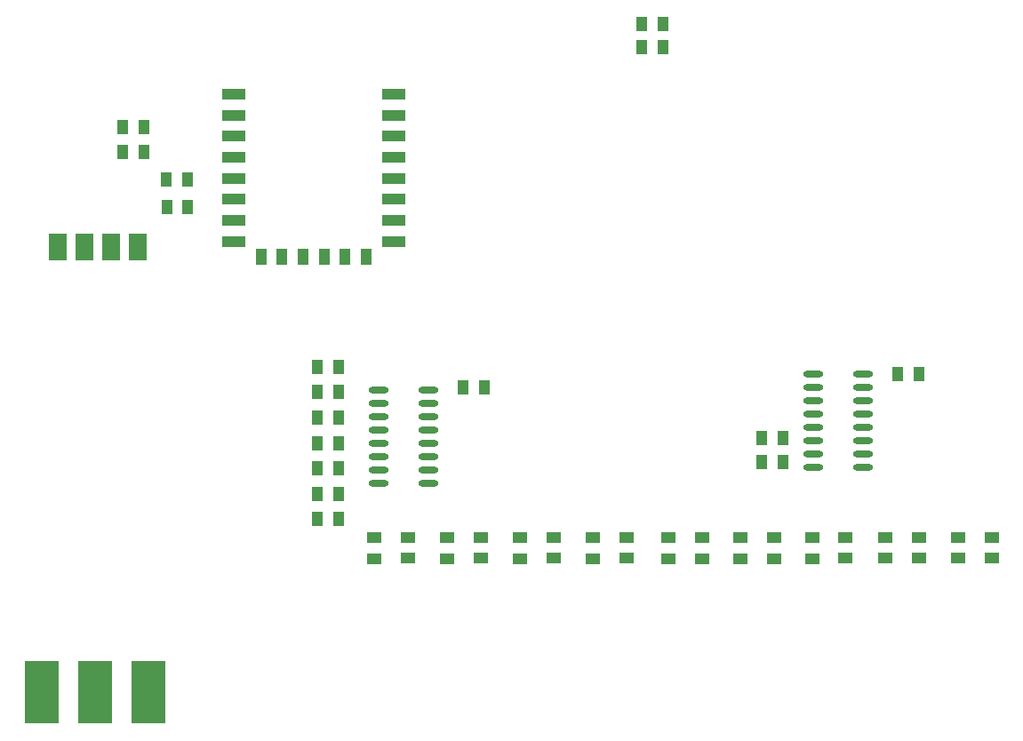
<source format=gbp>
G04*
G04 #@! TF.GenerationSoftware,Altium Limited,Altium Designer,19.0.9 (268)*
G04*
G04 Layer_Color=128*
%FSLAX25Y25*%
%MOIN*%
G70*
G01*
G75*
%ADD29R,0.05709X0.03937*%
%ADD31R,0.03937X0.05709*%
%ADD39R,0.04331X0.05315*%
%ADD88R,0.12992X0.23622*%
%ADD89R,0.07087X0.09843*%
%ADD90O,0.07480X0.02362*%
%ADD91R,0.08858X0.03937*%
%ADD92R,0.03937X0.05906*%
D29*
X368521Y111909D02*
D03*
Y119783D02*
D03*
X381120Y119783D02*
D03*
Y111909D02*
D03*
X204271Y111811D02*
D03*
Y119685D02*
D03*
X189495Y119783D02*
D03*
Y111909D02*
D03*
X341146Y111909D02*
D03*
Y119783D02*
D03*
X353745Y119783D02*
D03*
Y111909D02*
D03*
X326370Y119783D02*
D03*
Y111909D02*
D03*
X286949Y111713D02*
D03*
Y119587D02*
D03*
X299547Y119685D02*
D03*
Y111811D02*
D03*
X259882Y111811D02*
D03*
Y119685D02*
D03*
X231646Y111811D02*
D03*
Y119685D02*
D03*
X162120Y119783D02*
D03*
Y111909D02*
D03*
X176896Y111811D02*
D03*
Y119685D02*
D03*
X149521Y111811D02*
D03*
Y119685D02*
D03*
X313771Y111811D02*
D03*
Y119685D02*
D03*
X272480Y119685D02*
D03*
Y111811D02*
D03*
X244245Y119783D02*
D03*
Y111909D02*
D03*
X216870Y119783D02*
D03*
Y111909D02*
D03*
D31*
X250000Y303543D02*
D03*
X257874D02*
D03*
X55216Y264272D02*
D03*
X63090D02*
D03*
X71653Y254035D02*
D03*
X79528D02*
D03*
X79626Y243799D02*
D03*
X71752D02*
D03*
X128346Y126575D02*
D03*
X136221D02*
D03*
X128346Y136106D02*
D03*
X136221D02*
D03*
X128346Y145636D02*
D03*
X136221D02*
D03*
X128346Y155167D02*
D03*
X136221D02*
D03*
X128346Y164698D02*
D03*
X136221D02*
D03*
X128346Y174229D02*
D03*
X136221D02*
D03*
X128346Y183760D02*
D03*
X136221D02*
D03*
X294882Y148130D02*
D03*
X302756D02*
D03*
X294980Y157087D02*
D03*
X302854D02*
D03*
X353937Y181004D02*
D03*
X346063D02*
D03*
X190748Y175886D02*
D03*
X182874D02*
D03*
D39*
X257874Y312205D02*
D03*
X250000D02*
D03*
X55216Y273819D02*
D03*
X63090D02*
D03*
D88*
X24882Y61776D02*
D03*
X44882D02*
D03*
X64882D02*
D03*
D89*
X30906Y228776D02*
D03*
X40945D02*
D03*
X50906D02*
D03*
X60866D02*
D03*
D90*
X332874Y180984D02*
D03*
Y175984D02*
D03*
Y170984D02*
D03*
Y165984D02*
D03*
Y160984D02*
D03*
Y155984D02*
D03*
Y150984D02*
D03*
Y145984D02*
D03*
X314370Y180984D02*
D03*
Y175984D02*
D03*
Y170984D02*
D03*
Y165984D02*
D03*
Y160984D02*
D03*
Y155984D02*
D03*
Y150984D02*
D03*
Y145984D02*
D03*
X169783Y174882D02*
D03*
Y169882D02*
D03*
Y164882D02*
D03*
Y159882D02*
D03*
Y154882D02*
D03*
Y149882D02*
D03*
Y144882D02*
D03*
Y139882D02*
D03*
X151279Y174882D02*
D03*
Y169882D02*
D03*
Y164882D02*
D03*
Y159882D02*
D03*
Y154882D02*
D03*
Y149882D02*
D03*
Y144882D02*
D03*
Y139882D02*
D03*
D91*
X96850Y230807D02*
D03*
Y238681D02*
D03*
Y246555D02*
D03*
Y254429D02*
D03*
Y262303D02*
D03*
Y270177D02*
D03*
Y278051D02*
D03*
Y285925D02*
D03*
X156890D02*
D03*
Y278051D02*
D03*
Y270177D02*
D03*
Y262303D02*
D03*
Y254429D02*
D03*
Y246555D02*
D03*
Y238681D02*
D03*
Y230807D02*
D03*
D92*
X146555Y224902D02*
D03*
X138681D02*
D03*
X130807D02*
D03*
X122933D02*
D03*
X115059D02*
D03*
X107185D02*
D03*
M02*

</source>
